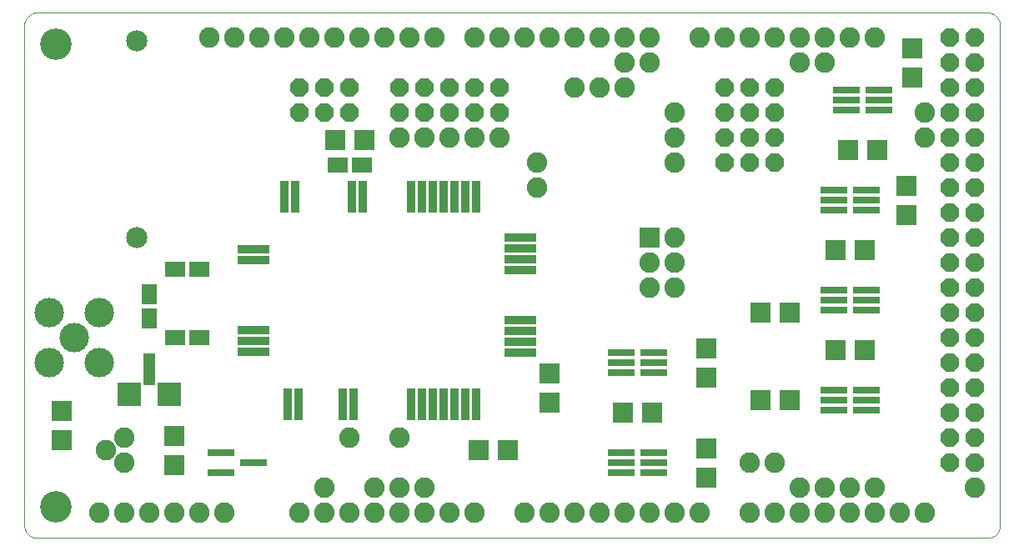
<source format=gts>
G75*
G70*
%OFA0B0*%
%FSLAX24Y24*%
%IPPOS*%
%LPD*%
%AMOC8*
5,1,8,0,0,1.08239X$1,22.5*
%
%ADD10C,0.0000*%
%ADD11C,0.1261*%
%ADD12R,0.0340X0.1280*%
%ADD13R,0.1280X0.0340*%
%ADD14C,0.0820*%
%ADD15R,0.0820X0.0820*%
%ADD16C,0.0848*%
%ADD17OC8,0.0720*%
%ADD18R,0.1100X0.0300*%
%ADD19R,0.0790X0.0789*%
%ADD20R,0.0789X0.0631*%
%ADD21R,0.0631X0.0789*%
%ADD22C,0.1180*%
%ADD23R,0.0789X0.0790*%
%ADD24R,0.0480X0.1280*%
%ADD25R,0.0920X0.0960*%
D10*
X001675Y001175D02*
X039675Y001175D01*
X039719Y001177D01*
X039762Y001183D01*
X039804Y001192D01*
X039846Y001205D01*
X039886Y001222D01*
X039925Y001242D01*
X039962Y001265D01*
X039996Y001292D01*
X040029Y001321D01*
X040058Y001354D01*
X040085Y001388D01*
X040108Y001425D01*
X040128Y001464D01*
X040145Y001504D01*
X040158Y001546D01*
X040167Y001588D01*
X040173Y001631D01*
X040175Y001675D01*
X040175Y021675D01*
X040173Y021719D01*
X040167Y021762D01*
X040158Y021804D01*
X040145Y021846D01*
X040128Y021886D01*
X040108Y021925D01*
X040085Y021962D01*
X040058Y021996D01*
X040029Y022029D01*
X039996Y022058D01*
X039962Y022085D01*
X039925Y022108D01*
X039886Y022128D01*
X039846Y022145D01*
X039804Y022158D01*
X039762Y022167D01*
X039719Y022173D01*
X039675Y022175D01*
X001675Y022175D01*
X001631Y022173D01*
X001588Y022167D01*
X001546Y022158D01*
X001504Y022145D01*
X001464Y022128D01*
X001425Y022108D01*
X001388Y022085D01*
X001354Y022058D01*
X001321Y022029D01*
X001292Y021996D01*
X001265Y021962D01*
X001242Y021925D01*
X001222Y021886D01*
X001205Y021846D01*
X001192Y021804D01*
X001183Y021762D01*
X001177Y021719D01*
X001175Y021675D01*
X001175Y001675D01*
X001177Y001631D01*
X001183Y001588D01*
X001192Y001546D01*
X001205Y001504D01*
X001222Y001464D01*
X001242Y001425D01*
X001265Y001388D01*
X001292Y001354D01*
X001321Y001321D01*
X001354Y001292D01*
X001388Y001265D01*
X001425Y001242D01*
X001464Y001222D01*
X001504Y001205D01*
X001546Y001192D01*
X001588Y001183D01*
X001631Y001177D01*
X001675Y001175D01*
X001834Y002425D02*
X001836Y002473D01*
X001842Y002521D01*
X001852Y002568D01*
X001865Y002614D01*
X001883Y002659D01*
X001903Y002703D01*
X001928Y002745D01*
X001956Y002784D01*
X001986Y002821D01*
X002020Y002855D01*
X002057Y002887D01*
X002095Y002916D01*
X002136Y002941D01*
X002179Y002963D01*
X002224Y002981D01*
X002270Y002995D01*
X002317Y003006D01*
X002365Y003013D01*
X002413Y003016D01*
X002461Y003015D01*
X002509Y003010D01*
X002557Y003001D01*
X002603Y002989D01*
X002648Y002972D01*
X002692Y002952D01*
X002734Y002929D01*
X002774Y002902D01*
X002812Y002872D01*
X002847Y002839D01*
X002879Y002803D01*
X002909Y002765D01*
X002935Y002724D01*
X002957Y002681D01*
X002977Y002637D01*
X002992Y002592D01*
X003004Y002545D01*
X003012Y002497D01*
X003016Y002449D01*
X003016Y002401D01*
X003012Y002353D01*
X003004Y002305D01*
X002992Y002258D01*
X002977Y002213D01*
X002957Y002169D01*
X002935Y002126D01*
X002909Y002085D01*
X002879Y002047D01*
X002847Y002011D01*
X002812Y001978D01*
X002774Y001948D01*
X002734Y001921D01*
X002692Y001898D01*
X002648Y001878D01*
X002603Y001861D01*
X002557Y001849D01*
X002509Y001840D01*
X002461Y001835D01*
X002413Y001834D01*
X002365Y001837D01*
X002317Y001844D01*
X002270Y001855D01*
X002224Y001869D01*
X002179Y001887D01*
X002136Y001909D01*
X002095Y001934D01*
X002057Y001963D01*
X002020Y001995D01*
X001986Y002029D01*
X001956Y002066D01*
X001928Y002105D01*
X001903Y002147D01*
X001883Y002191D01*
X001865Y002236D01*
X001852Y002282D01*
X001842Y002329D01*
X001836Y002377D01*
X001834Y002425D01*
X001834Y020925D02*
X001836Y020973D01*
X001842Y021021D01*
X001852Y021068D01*
X001865Y021114D01*
X001883Y021159D01*
X001903Y021203D01*
X001928Y021245D01*
X001956Y021284D01*
X001986Y021321D01*
X002020Y021355D01*
X002057Y021387D01*
X002095Y021416D01*
X002136Y021441D01*
X002179Y021463D01*
X002224Y021481D01*
X002270Y021495D01*
X002317Y021506D01*
X002365Y021513D01*
X002413Y021516D01*
X002461Y021515D01*
X002509Y021510D01*
X002557Y021501D01*
X002603Y021489D01*
X002648Y021472D01*
X002692Y021452D01*
X002734Y021429D01*
X002774Y021402D01*
X002812Y021372D01*
X002847Y021339D01*
X002879Y021303D01*
X002909Y021265D01*
X002935Y021224D01*
X002957Y021181D01*
X002977Y021137D01*
X002992Y021092D01*
X003004Y021045D01*
X003012Y020997D01*
X003016Y020949D01*
X003016Y020901D01*
X003012Y020853D01*
X003004Y020805D01*
X002992Y020758D01*
X002977Y020713D01*
X002957Y020669D01*
X002935Y020626D01*
X002909Y020585D01*
X002879Y020547D01*
X002847Y020511D01*
X002812Y020478D01*
X002774Y020448D01*
X002734Y020421D01*
X002692Y020398D01*
X002648Y020378D01*
X002603Y020361D01*
X002557Y020349D01*
X002509Y020340D01*
X002461Y020335D01*
X002413Y020334D01*
X002365Y020337D01*
X002317Y020344D01*
X002270Y020355D01*
X002224Y020369D01*
X002179Y020387D01*
X002136Y020409D01*
X002095Y020434D01*
X002057Y020463D01*
X002020Y020495D01*
X001986Y020529D01*
X001956Y020566D01*
X001928Y020605D01*
X001903Y020647D01*
X001883Y020691D01*
X001865Y020736D01*
X001852Y020782D01*
X001842Y020829D01*
X001836Y020877D01*
X001834Y020925D01*
D11*
X002425Y020925D03*
X002425Y002425D03*
D12*
X011699Y006527D03*
X012132Y006527D03*
X013903Y006527D03*
X014336Y006527D03*
X016620Y006527D03*
X017053Y006527D03*
X017486Y006527D03*
X017919Y006527D03*
X018352Y006527D03*
X018785Y006527D03*
X019218Y006527D03*
X019218Y014823D03*
X018785Y014823D03*
X018352Y014823D03*
X017919Y014823D03*
X017486Y014823D03*
X017053Y014823D03*
X016620Y014823D03*
X014691Y014823D03*
X014258Y014823D03*
X012014Y014823D03*
X011581Y014823D03*
D13*
X010346Y012722D03*
X010346Y012289D03*
X010346Y009494D03*
X010346Y009061D03*
X010346Y008628D03*
X021004Y008588D03*
X021004Y009021D03*
X021004Y009455D03*
X021004Y009888D03*
X021004Y011895D03*
X021004Y012329D03*
X021004Y012762D03*
X021004Y013195D03*
D14*
X021675Y015175D03*
X021675Y016175D03*
X020175Y017175D03*
X019175Y017175D03*
X018175Y017175D03*
X017175Y017175D03*
X016175Y017175D03*
X016575Y021175D03*
X017575Y021175D03*
X019175Y021175D03*
X020175Y021175D03*
X021175Y021175D03*
X022175Y021175D03*
X023175Y021175D03*
X024175Y021175D03*
X025175Y021175D03*
X026175Y021175D03*
X026175Y020175D03*
X025175Y020175D03*
X025175Y019175D03*
X024175Y019175D03*
X023175Y019175D03*
X027175Y018175D03*
X027175Y017175D03*
X027175Y016175D03*
X027175Y013175D03*
X027175Y012175D03*
X026175Y012175D03*
X026175Y011175D03*
X027175Y011175D03*
X037175Y017175D03*
X037175Y018175D03*
X033175Y020175D03*
X032175Y020175D03*
X032175Y021175D03*
X031175Y021175D03*
X030175Y021175D03*
X029175Y021175D03*
X028175Y021175D03*
X033175Y021175D03*
X034175Y021175D03*
X035175Y021175D03*
X015575Y021175D03*
X014575Y021175D03*
X013575Y021175D03*
X012575Y021175D03*
X011575Y021175D03*
X010575Y021175D03*
X009575Y021175D03*
X008575Y021175D03*
X005175Y005175D03*
X004425Y004675D03*
X005175Y004175D03*
X005175Y002175D03*
X004175Y002175D03*
X006175Y002175D03*
X007175Y002175D03*
X008175Y002175D03*
X009175Y002175D03*
X012175Y002175D03*
X013175Y002175D03*
X014175Y002175D03*
X015175Y002175D03*
X016175Y002175D03*
X017175Y002175D03*
X018175Y002175D03*
X019175Y002175D03*
X021175Y002175D03*
X022175Y002175D03*
X023175Y002175D03*
X024175Y002175D03*
X025175Y002175D03*
X026175Y002175D03*
X027175Y002175D03*
X028175Y002175D03*
X030175Y002175D03*
X031175Y002175D03*
X032175Y002175D03*
X033175Y002175D03*
X034175Y002175D03*
X035175Y002175D03*
X036175Y002175D03*
X037175Y002175D03*
X035175Y003175D03*
X034175Y003175D03*
X033175Y003175D03*
X032175Y003175D03*
X031175Y004175D03*
X030175Y004175D03*
X039175Y003175D03*
X017175Y003175D03*
X016175Y003175D03*
X015175Y003175D03*
X013175Y003175D03*
X014175Y005175D03*
X016175Y005175D03*
D15*
X026175Y013175D03*
D16*
X005675Y013175D03*
X005675Y021049D03*
D17*
X012175Y019175D03*
X013175Y019175D03*
X014175Y019175D03*
X014175Y018175D03*
X013175Y018175D03*
X012175Y018175D03*
X016175Y018175D03*
X017175Y018175D03*
X018175Y018175D03*
X019175Y018175D03*
X020175Y018175D03*
X020175Y019175D03*
X019175Y019175D03*
X018175Y019175D03*
X017175Y019175D03*
X016175Y019175D03*
X029175Y019175D03*
X030175Y019175D03*
X031175Y019175D03*
X031175Y018175D03*
X030175Y018175D03*
X029175Y018175D03*
X029175Y017175D03*
X030175Y017175D03*
X031175Y017175D03*
X031175Y016175D03*
X030175Y016175D03*
X029175Y016175D03*
X038175Y016175D03*
X039175Y016175D03*
X039175Y017175D03*
X038175Y017175D03*
X038175Y018175D03*
X039175Y018175D03*
X039175Y019175D03*
X038175Y019175D03*
X038175Y020175D03*
X039175Y020175D03*
X039175Y021175D03*
X038175Y021175D03*
X038175Y015175D03*
X039175Y015175D03*
X039175Y014175D03*
X038175Y014175D03*
X038175Y013175D03*
X039175Y013175D03*
X039175Y012175D03*
X038175Y012175D03*
X038175Y011175D03*
X039175Y011175D03*
X039175Y010175D03*
X038175Y010175D03*
X038175Y009175D03*
X039175Y009175D03*
X039175Y008175D03*
X038175Y008175D03*
X038175Y007175D03*
X039175Y007175D03*
X039175Y006175D03*
X038175Y006175D03*
X038175Y005175D03*
X039175Y005175D03*
X039175Y004175D03*
X038175Y004175D03*
D18*
X034825Y006275D03*
X034825Y006675D03*
X034825Y007075D03*
X033525Y007075D03*
X033525Y006675D03*
X033525Y006275D03*
X033525Y010275D03*
X033525Y010675D03*
X033525Y011075D03*
X034825Y011075D03*
X034825Y010675D03*
X034825Y010275D03*
X034825Y014275D03*
X034825Y014675D03*
X034825Y015075D03*
X033525Y015075D03*
X033525Y014675D03*
X033525Y014275D03*
X034025Y018275D03*
X034025Y018675D03*
X034025Y019075D03*
X035325Y019075D03*
X035325Y018675D03*
X035325Y018275D03*
X026325Y008575D03*
X026325Y008175D03*
X026325Y007775D03*
X025025Y007775D03*
X025025Y008175D03*
X025025Y008575D03*
X025025Y004575D03*
X025025Y004175D03*
X025025Y003775D03*
X026325Y003775D03*
X026325Y004175D03*
X026325Y004575D03*
X010325Y004175D03*
X009025Y003775D03*
X009025Y004575D03*
D19*
X007175Y004085D03*
X007175Y005265D03*
X002675Y005085D03*
X002675Y006265D03*
X022175Y006585D03*
X022175Y007765D03*
X028425Y007585D03*
X028425Y008765D03*
X028425Y004765D03*
X028425Y003585D03*
X036425Y014085D03*
X036425Y015265D03*
X036675Y019585D03*
X036675Y020765D03*
D20*
X014657Y016075D03*
X013693Y016075D03*
X008157Y011925D03*
X007193Y011925D03*
X007193Y009175D03*
X008157Y009175D03*
D21*
X006175Y009943D03*
X006175Y010907D03*
D22*
X004175Y010175D03*
X003175Y009175D03*
X002175Y008175D03*
X004175Y008175D03*
X002175Y010175D03*
D23*
X013585Y017075D03*
X014765Y017075D03*
X030585Y010175D03*
X031765Y010175D03*
X033585Y008675D03*
X034765Y008675D03*
X031765Y006675D03*
X030585Y006675D03*
X026265Y006175D03*
X025085Y006175D03*
X020515Y004675D03*
X019335Y004675D03*
X033585Y012675D03*
X034765Y012675D03*
X035265Y016675D03*
X034085Y016675D03*
D24*
X006175Y007925D03*
D25*
X005375Y006925D03*
X006975Y006925D03*
M02*

</source>
